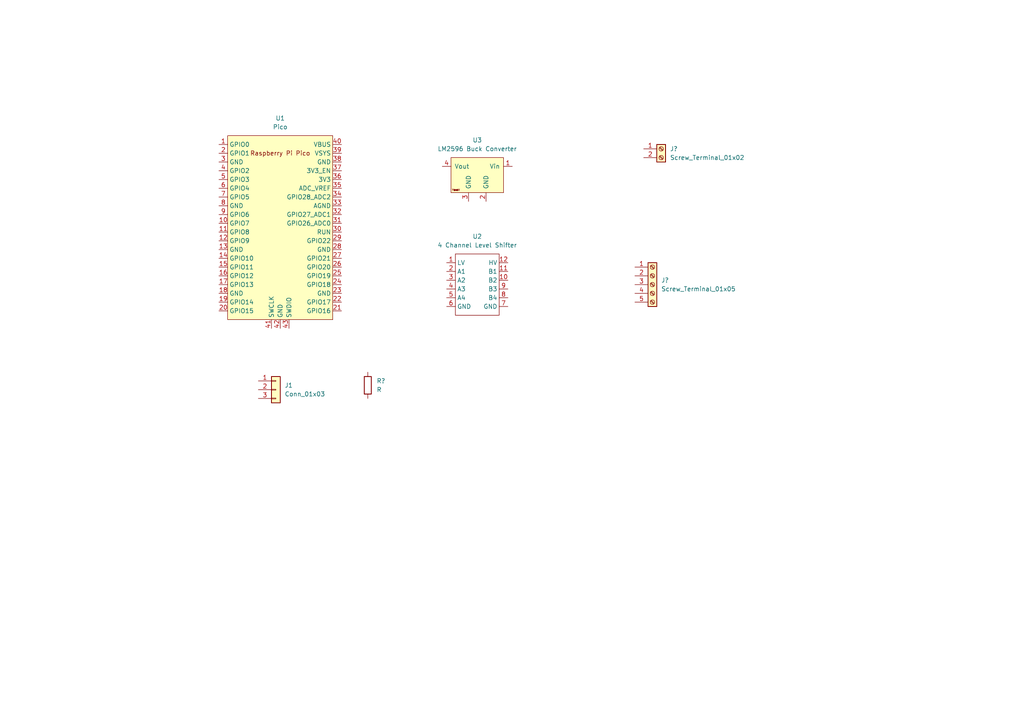
<source format=kicad_sch>
(kicad_sch (version 20211123) (generator eeschema)
  (paper "A4")
  (title_block (title "Pico-Wiegand Prototype") (rev "0"))
  (lib_symbols
    (symbol "Connector:Screw_Terminal_01x02" (pin_names (offset 1.016) hide)
      (property "Reference" "J" (at 0 2.54 0))
      (property "Value" "Screw_Terminal_01x02" (at 0 -5.08 0))
      (symbol "Screw_Terminal_01x02_1_1"
        (rectangle (start -1.27 1.27) (end 1.27 -3.81) (stroke (width 0.254)) (fill (type background)))
        (circle (center 0 -2.54) (radius 0.635) (stroke (width 0.1524)))
        (polyline (pts (xy -0.5334 -2.2098) (xy 0.3302 -3.048)) (stroke (width 0.1524)))
        (polyline (pts (xy -0.5334 0.3302) (xy 0.3302 -0.508)) (stroke (width 0.1524)))
        (polyline (pts (xy -0.3556 -2.032) (xy 0.508 -2.8702)) (stroke (width 0.1524)))
        (polyline (pts (xy -0.3556 0.508) (xy 0.508 -0.3302)) (stroke (width 0.1524)))
        (circle (center 0 0) (radius 0.635) (stroke (width 0.1524)))
        (pin passive line (at -5.08 0 0) (length 3.81) (name "Pin_1") (number "1"))
        (pin passive line (at -5.08 -2.54 0) (length 3.81) (name "Pin_2") (number "2"))
      )
    )
    (symbol "Connector:Screw_Terminal_01x05" (pin_names (offset 1.016) hide)
      (property "Reference" "J" (at 0 7.62 0))
      (property "Value" "Screw_Terminal_01x05" (at 0 -7.62 0))
      (symbol "Screw_Terminal_01x05_1_1"
        (rectangle (start -1.27 6.35) (end 1.27 -6.35) (stroke (width 0.254)) (fill (type background)))
        (circle (center 0 -5.08) (radius 0.635) (stroke (width 0.1524)))
        (circle (center 0 -2.54) (radius 0.635) (stroke (width 0.1524)))
        (polyline (pts (xy -0.5334 -4.7498) (xy 0.3302 -5.588)) (stroke (width 0.1524)))
        (polyline (pts (xy -0.5334 -2.2098) (xy 0.3302 -3.048)) (stroke (width 0.1524)))
        (polyline (pts (xy -0.5334 0.3302) (xy 0.3302 -0.508)) (stroke (width 0.1524)))
        (polyline (pts (xy -0.5334 2.8702) (xy 0.3302 2.032)) (stroke (width 0.1524)))
        (polyline (pts (xy -0.5334 5.4102) (xy 0.3302 4.572)) (stroke (width 0.1524)))
        (polyline (pts (xy -0.3556 -4.572) (xy 0.508 -5.4102)) (stroke (width 0.1524)))
        (polyline (pts (xy -0.3556 -2.032) (xy 0.508 -2.8702)) (stroke (width 0.1524)))
        (polyline (pts (xy -0.3556 0.508) (xy 0.508 -0.3302)) (stroke (width 0.1524)))
        (polyline (pts (xy -0.3556 3.048) (xy 0.508 2.2098)) (stroke (width 0.1524)))
        (polyline (pts (xy -0.3556 5.588) (xy 0.508 4.7498)) (stroke (width 0.1524)))
        (circle (center 0 0) (radius 0.635) (stroke (width 0.1524)))
        (circle (center 0 2.54) (radius 0.635) (stroke (width 0.1524)))
        (circle (center 0 5.08) (radius 0.635) (stroke (width 0.1524)))
        (pin passive line (at -5.08 5.08 0) (length 3.81) (name "Pin_1") (number "1"))
        (pin passive line (at -5.08 2.54 0) (length 3.81) (name "Pin_2") (number "2"))
        (pin passive line (at -5.08 0 0) (length 3.81) (name "Pin_3") (number "3"))
        (pin passive line (at -5.08 -2.54 0) (length 3.81) (name "Pin_4") (number "4"))
        (pin passive line (at -5.08 -5.08 0) (length 3.81) (name "Pin_5") (number "5"))
      )
    )
    (symbol "Connector_Generic:Conn_01x03" (pin_names (offset 1.016) hide)
      (property "Reference" "J" (at 0 5.08 0))
      (property "Value" "Conn_01x03" (at 0 -5.08 0))
      (symbol "Conn_01x03_1_1"
        (rectangle (start -1.27 -2.413) (end 0 -2.667) (stroke (width 0.1524)))
        (rectangle (start -1.27 0.127) (end 0 -0.127) (stroke (width 0.1524)))
        (rectangle (start -1.27 2.667) (end 0 2.413) (stroke (width 0.1524)))
        (rectangle (start -1.27 3.81) (end 1.27 -3.81) (stroke (width 0.254)) (fill (type background)))
        (pin passive line (at -5.08 2.54 0) (length 3.81) (name "Pin_1") (number "1"))
        (pin passive line (at -5.08 0 0) (length 3.81) (name "Pin_2") (number "2"))
        (pin passive line (at -5.08 -2.54 0) (length 3.81) (name "Pin_3") (number "3"))
      )
    )
    (symbol "Device:R" (pin_numbers hide) (pin_names (offset 0))
      (property "Reference" "R" (at 2.032 0 90))
      (property "Value" "R" (at 0 0 90))
      (symbol "R_0_1"
        (rectangle (start -1.016 -2.54) (end 1.016 2.54) (stroke (width 0.254)))
      )
      (symbol "R_1_1"
        (pin passive line (at 0 3.81 270) (length 1.27) (name "~") (number "1"))
        (pin passive line (at 0 -3.81 90) (length 1.27) (name "~") (number "2"))
      )
    )
    (symbol "MCU_RaspberryPi_and_Boards:Pico"
      (property "Reference" "U" (at -13.97 27.94 0))
      (property "Value" "Pico" (at 0 19.05 0))
      (symbol "Pico_0_0"
        (text "Raspberry Pi Pico" (at 0 21.59 0) (effects (font (size 1.27 1.27))))
      )
      (symbol "Pico_0_1"
        (rectangle (start -15.24 26.67) (end 15.24 -26.67) (fill (type background)))
      )
      (symbol "Pico_1_1"
        (pin bidirectional line (at -17.78 24.13 0) (length 2.54) (name "GPIO0") (number "1"))
        (pin bidirectional line (at -17.78 1.27 0) (length 2.54) (name "GPIO7") (number "10"))
        (pin bidirectional line (at -17.78 -1.27 0) (length 2.54) (name "GPIO8") (number "11"))
        (pin bidirectional line (at -17.78 -3.81 0) (length 2.54) (name "GPIO9") (number "12"))
        (pin power_in line (at -17.78 -6.35 0) (length 2.54) (name "GND") (number "13"))
        (pin bidirectional line (at -17.78 -8.89 0) (length 2.54) (name "GPIO10") (number "14"))
        (pin bidirectional line (at -17.78 -11.43 0) (length 2.54) (name "GPIO11") (number "15"))
        (pin bidirectional line (at -17.78 -13.97 0) (length 2.54) (name "GPIO12") (number "16"))
        (pin bidirectional line (at -17.78 -16.51 0) (length 2.54) (name "GPIO13") (number "17"))
        (pin power_in line (at -17.78 -19.05 0) (length 2.54) (name "GND") (number "18"))
        (pin bidirectional line (at -17.78 -21.59 0) (length 2.54) (name "GPIO14") (number "19"))
        (pin bidirectional line (at -17.78 21.59 0) (length 2.54) (name "GPIO1") (number "2"))
        (pin bidirectional line (at -17.78 -24.13 0) (length 2.54) (name "GPIO15") (number "20"))
        (pin bidirectional line (at 17.78 -24.13 180) (length 2.54) (name "GPIO16") (number "21"))
        (pin bidirectional line (at 17.78 -21.59 180) (length 2.54) (name "GPIO17") (number "22"))
        (pin power_in line (at 17.78 -19.05 180) (length 2.54) (name "GND") (number "23"))
        (pin bidirectional line (at 17.78 -16.51 180) (length 2.54) (name "GPIO18") (number "24"))
        (pin bidirectional line (at 17.78 -13.97 180) (length 2.54) (name "GPIO19") (number "25"))
        (pin bidirectional line (at 17.78 -11.43 180) (length 2.54) (name "GPIO20") (number "26"))
        (pin bidirectional line (at 17.78 -8.89 180) (length 2.54) (name "GPIO21") (number "27"))
        (pin power_in line (at 17.78 -6.35 180) (length 2.54) (name "GND") (number "28"))
        (pin bidirectional line (at 17.78 -3.81 180) (length 2.54) (name "GPIO22") (number "29"))
        (pin power_in line (at -17.78 19.05 0) (length 2.54) (name "GND") (number "3"))
        (pin input line (at 17.78 -1.27 180) (length 2.54) (name "RUN") (number "30"))
        (pin bidirectional line (at 17.78 1.27 180) (length 2.54) (name "GPIO26_ADC0") (number "31"))
        (pin bidirectional line (at 17.78 3.81 180) (length 2.54) (name "GPIO27_ADC1") (number "32"))
        (pin power_in line (at 17.78 6.35 180) (length 2.54) (name "AGND") (number "33"))
        (pin bidirectional line (at 17.78 8.89 180) (length 2.54) (name "GPIO28_ADC2") (number "34"))
        (pin power_in line (at 17.78 11.43 180) (length 2.54) (name "ADC_VREF") (number "35"))
        (pin power_in line (at 17.78 13.97 180) (length 2.54) (name "3V3") (number "36"))
        (pin input line (at 17.78 16.51 180) (length 2.54) (name "3V3_EN") (number "37"))
        (pin bidirectional line (at 17.78 19.05 180) (length 2.54) (name "GND") (number "38"))
        (pin power_in line (at 17.78 21.59 180) (length 2.54) (name "VSYS") (number "39"))
        (pin bidirectional line (at -17.78 16.51 0) (length 2.54) (name "GPIO2") (number "4"))
        (pin power_in line (at 17.78 24.13 180) (length 2.54) (name "VBUS") (number "40"))
        (pin input line (at -2.54 -29.21 90) (length 2.54) (name "SWCLK") (number "41"))
        (pin power_in line (at 0 -29.21 90) (length 2.54) (name "GND") (number "42"))
        (pin bidirectional line (at 2.54 -29.21 90) (length 2.54) (name "SWDIO") (number "43"))
        (pin bidirectional line (at -17.78 13.97 0) (length 2.54) (name "GPIO3") (number "5"))
        (pin bidirectional line (at -17.78 11.43 0) (length 2.54) (name "GPIO4") (number "6"))
        (pin bidirectional line (at -17.78 8.89 0) (length 2.54) (name "GPIO5") (number "7"))
        (pin power_in line (at -17.78 6.35 0) (length 2.54) (name "GND") (number "8"))
        (pin bidirectional line (at -17.78 3.81 0) (length 2.54) (name "GPIO6") (number "9"))
      )
    )
    (symbol "adafruit:4 Channel Level Shifter"
      (property "Reference" "U" (at -2.54 0 0))
      (property "Value" "4 Channel Level Shifter" (at -2.54 -20.32 0))
      (symbol "4 Channel Level Shifter_0_1"
        (rectangle (start -8.89 -1.27) (end 3.81 -19.05))
      )
      (symbol "4 Channel Level Shifter_1_1"
        (pin power_in line (at -11.43 -3.81 0) (length 2.54) (name "LV") (number "1"))
        (pin bidirectional line (at 6.35 -8.89 180) (length 2.54) (name "B2") (number "10"))
        (pin bidirectional line (at 6.35 -6.35 180) (length 2.54) (name "B1") (number "11"))
        (pin power_in line (at 6.35 -3.81 180) (length 2.54) (name "HV") (number "12"))
        (pin bidirectional line (at -11.43 -6.35 0) (length 2.54) (name "A1") (number "2"))
        (pin bidirectional line (at -11.43 -8.89 0) (length 2.54) (name "A2") (number "3"))
        (pin bidirectional line (at -11.43 -11.43 0) (length 2.54) (name "A3") (number "4"))
        (pin bidirectional line (at -11.43 -13.97 0) (length 2.54) (name "A4") (number "5"))
        (pin power_in line (at -11.43 -16.51 0) (length 2.54) (name "GND") (number "6"))
        (pin power_in line (at 6.35 -16.51 180) (length 2.54) (name "GND") (number "7"))
        (pin bidirectional line (at 6.35 -13.97 180) (length 2.54) (name "B4") (number "8"))
        (pin bidirectional line (at 6.35 -11.43 180) (length 2.54) (name "B3") (number "9"))
      )
    )
    (symbol "yaaj_dcdc_stepdown_lm2596:YAAJ_DCDC_StepDown_LM2596" (pin_names (offset 1.016))
      (property "Reference" "U" (at -5.08 6.35 0))
      (property "Value" "YAAJ_DCDC_StepDown_LM2596" (at 0 11.43 0))
      (symbol "YAAJ_DCDC_StepDown_LM2596_0_1"
        (rectangle (start -7.62 5.08) (end 7.62 -5.08) (fill (type background)))
      )
      (symbol "YAAJ_DCDC_StepDown_LM2596_1_1"
        (text "Y@@V" (at 6.1976 -4.2672 0) (effects (font (size 0.508 0.508))))
        (pin power_in line (at -10.16 2.54 0) (length 2.54) (name "Vin") (number "1"))
        (pin power_in line (at -2.54 -7.62 90) (length 2.54) (name "GND") (number "2"))
        (pin power_in line (at 2.54 -7.62 90) (length 2.54) (name "GND") (number "3"))
        (pin power_out line (at 10.16 2.54 180) (length 2.54) (name "Vout") (number "4"))
      )
    )
  )
  (symbol (lib_id "yaaj_dcdc_stepdown_lm2596:YAAJ_DCDC_StepDown_LM2596") (at 138.43 50.8 0) (mirror y) (unit 1)
    (property "Reference" "U3" (at 138.43 40.64 0))
    (property "Value" "LM2596 Buck Converter" (at 138.43 43.18 0))
  )
  (symbol (lib_id "Connector_Generic:Conn_01x03") (at 80.01 113.03 0) (unit 1)
    (property "Reference" "J1" (at 82.55 111.7599 0) (effects (justify left)))
    (property "Value" "Conn_01x03" (at 82.55 114.2999 0) (effects (justify left)))
  )
  (symbol (lib_id "Device:R") (at 106.68 111.76 0) (unit 1)
    (property "Reference" "R?" (at 109.22 110.4899 0) (effects (justify left)))
    (property "Value" "R" (at 109.22 113.0299 0) (effects (justify left)))
  )
  (symbol (lib_id "adafruit:4 Channel Level Shifter") (at 140.97 72.39 0) (unit 1)
    (property "Reference" "U2" (at 138.43 68.58 0))
    (property "Value" "4 Channel Level Shifter" (at 138.43 71.12 0))
  )
  (symbol (lib_id "MCU_RaspberryPi_and_Boards:Pico") (at 81.28 66.04 0) (unit 1)
    (property "Reference" "U1" (at 81.28 34.29 0))
    (property "Value" "Pico" (at 81.28 36.83 0))
    (property "Footprint" "RPi_Pico:RPi_Pico_SMD_TH" (effects hide))
  )
  (symbol (lib_id "Connector:Screw_Terminal_01x02") (at 191.77 43.18 0) (unit 1)
    (property "Reference" "J?" (at 194.31 43.1799 0) (effects (justify left)))
    (property "Value" "Screw_Terminal_01x02" (at 194.31 45.7199 0) (effects (justify left)))
  )
  (symbol (lib_id "Connector:Screw_Terminal_01x05") (at 189.23 82.55 0) (unit 1)
    (property "Reference" "J?" (at 191.77 81.2799 0) (effects (justify left)))
    (property "Value" "Screw_Terminal_01x05" (at 191.77 83.8199 0) (effects (justify left)))
  )
)
</source>
